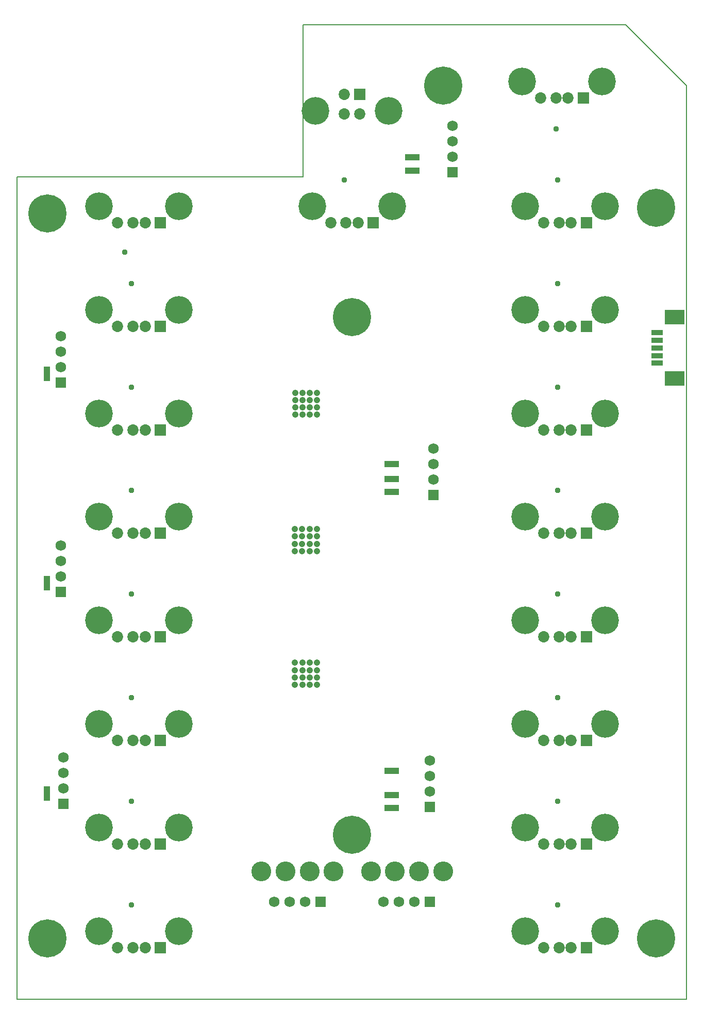
<source format=gbr>
%FSLAX35Y35*%
%MOIN*%
G04 EasyPC Gerber Version 18.0.8 Build 3632 *
%ADD86R,0.04150X0.09661*%
%ADD79R,0.06906X0.06906*%
%ADD75R,0.07299X0.07299*%
%ADD10C,0.00500*%
%ADD84C,0.03756*%
%ADD74C,0.04150*%
%ADD80C,0.06906*%
%ADD76C,0.07299*%
%ADD78C,0.12811*%
%ADD77C,0.17929*%
%ADD82R,0.07299X0.03756*%
%ADD87R,0.09661X0.04150*%
%ADD85R,0.06906X0.06906*%
%ADD81C,0.24622*%
%ADD83R,0.12811X0.09268*%
X0Y0D02*
D02*
D10*
X78740Y98425D02*
Y629921D01*
X263780*
Y728346*
X472441*
X511811Y688976*
Y98425*
X78740*
D02*
D74*
X258386Y388150D03*
Y392874D03*
Y397598D03*
Y402323D03*
X258425Y301772D03*
Y306496D03*
Y311220D03*
Y315945D03*
X258504Y476339D03*
Y481063D03*
Y485787D03*
Y490512D03*
X263110Y388150D03*
Y392874D03*
Y397598D03*
Y402323D03*
X263150Y301772D03*
Y306496D03*
Y311220D03*
Y315945D03*
X263228Y476339D03*
Y481063D03*
Y485787D03*
Y490512D03*
X267835Y388150D03*
Y392874D03*
Y397598D03*
Y402323D03*
X267874Y301772D03*
Y306496D03*
Y311220D03*
Y315945D03*
X267953Y476339D03*
Y481063D03*
Y485787D03*
Y490512D03*
X272559Y388150D03*
Y392874D03*
Y397598D03*
Y402323D03*
X272598Y301772D03*
Y306496D03*
Y311220D03*
Y315945D03*
X272677Y476339D03*
Y481063D03*
Y485787D03*
Y490512D03*
D02*
D75*
X171339Y131890D03*
Y198819D03*
Y265748D03*
Y332677D03*
Y399606D03*
Y466535D03*
Y533465D03*
Y600394D03*
X300197Y683465D03*
X309134Y600394D03*
X444961Y681102D03*
X446929Y131890D03*
Y198819D03*
Y265748D03*
Y332677D03*
Y399606D03*
Y466535D03*
Y533465D03*
Y600394D03*
D02*
D76*
X143780Y131890D03*
Y198819D03*
Y265748D03*
Y332677D03*
Y399606D03*
Y466535D03*
Y533465D03*
Y600394D03*
X153622Y131890D03*
Y198819D03*
Y265748D03*
Y332677D03*
Y399606D03*
Y466535D03*
Y533465D03*
Y600394D03*
X161496Y131890D03*
Y198819D03*
Y265748D03*
Y332677D03*
Y399606D03*
Y466535D03*
Y533465D03*
Y600394D03*
X281575D03*
X290354Y670866D03*
Y683465D03*
X291417Y600394D03*
X299291D03*
X300197Y670866D03*
X417402Y681102D03*
X419370Y131890D03*
Y198819D03*
Y265748D03*
Y332677D03*
Y399606D03*
Y466535D03*
Y533465D03*
Y600394D03*
X427244Y681102D03*
X429213Y131890D03*
Y198819D03*
Y265748D03*
Y332677D03*
Y399606D03*
Y466535D03*
Y533465D03*
Y600394D03*
X435118Y681102D03*
X437087Y131890D03*
Y198819D03*
Y265748D03*
Y332677D03*
Y399606D03*
Y466535D03*
Y533465D03*
Y600394D03*
D02*
D77*
X131693Y142559D03*
Y209488D03*
Y276417D03*
Y343346D03*
Y410276D03*
Y477205D03*
Y544134D03*
Y611063D03*
X183425Y142559D03*
Y209488D03*
Y276417D03*
Y343346D03*
Y410276D03*
Y477205D03*
Y544134D03*
Y611063D03*
X269488D03*
X271575Y672835D03*
X318976D03*
X321220Y611063D03*
X405315Y691772D03*
X407283Y142559D03*
Y209488D03*
Y276417D03*
Y343346D03*
Y410276D03*
Y477205D03*
Y544134D03*
Y611063D03*
X457047Y691772D03*
X459016Y142559D03*
Y209488D03*
Y276417D03*
Y343346D03*
Y410276D03*
Y477205D03*
Y544134D03*
Y611063D03*
D02*
D78*
X236654Y181102D03*
X252244D03*
X267835D03*
X283425D03*
X307520D03*
X323110D03*
X338701D03*
X354291D03*
D02*
D79*
X274843Y161417D03*
X345709D03*
D02*
D80*
X107028Y371673D03*
Y381673D03*
Y391673D03*
Y507067D03*
Y517067D03*
Y527067D03*
X108563Y234862D03*
Y244862D03*
Y254862D03*
X244843Y161417D03*
X254843D03*
X264843D03*
X315709D03*
X325709D03*
X335709D03*
X345768Y232657D03*
Y242657D03*
Y252657D03*
X348130Y434311D03*
Y444311D03*
Y454311D03*
X360335Y643228D03*
Y653228D03*
Y663228D03*
D02*
D81*
X98425Y137795D03*
Y606299D03*
X295276Y204724D03*
Y539370D03*
X354331Y688976D03*
X492126Y137795D03*
Y610236D03*
D02*
D82*
X492717Y509646D03*
Y514567D03*
Y519488D03*
Y524409D03*
Y529331D03*
D02*
D83*
X504134Y499606D03*
Y539370D03*
D02*
D84*
X148386Y581339D03*
X152598Y159567D03*
Y226496D03*
Y293425D03*
Y360354D03*
Y427283D03*
Y494213D03*
Y561142D03*
X290394Y628071D03*
X427244Y661102D03*
X428189Y159567D03*
Y226496D03*
Y293425D03*
Y360354D03*
Y427283D03*
Y494213D03*
Y561142D03*
Y628071D03*
D02*
D85*
X107028Y361673D03*
Y497067D03*
X108563Y224862D03*
X345768Y222657D03*
X348130Y424311D03*
X360335Y633228D03*
D02*
D86*
X97874Y231417D03*
Y367441D03*
Y502835D03*
D02*
D87*
X320866Y222047D03*
Y230413D03*
Y246161D03*
Y426575D03*
Y434646D03*
Y444291D03*
X334213Y634173D03*
Y642677D03*
X0Y0D02*
M02*

</source>
